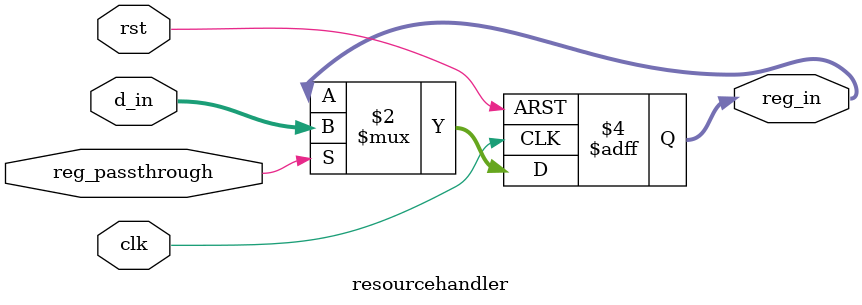
<source format=v>
module resourcehandler(
    input [7:0] d_in,
    input reg_passthrough,
    input clk,
    input rst,
    output reg [7:0] reg_in
);

always @(posedge clk or posedge rst) begin
    if (rst) begin
        reg_in <= 8'h00;
    end else if (reg_passthrough) begin
        reg_in <= d_in;
    end
end

endmodule
</source>
